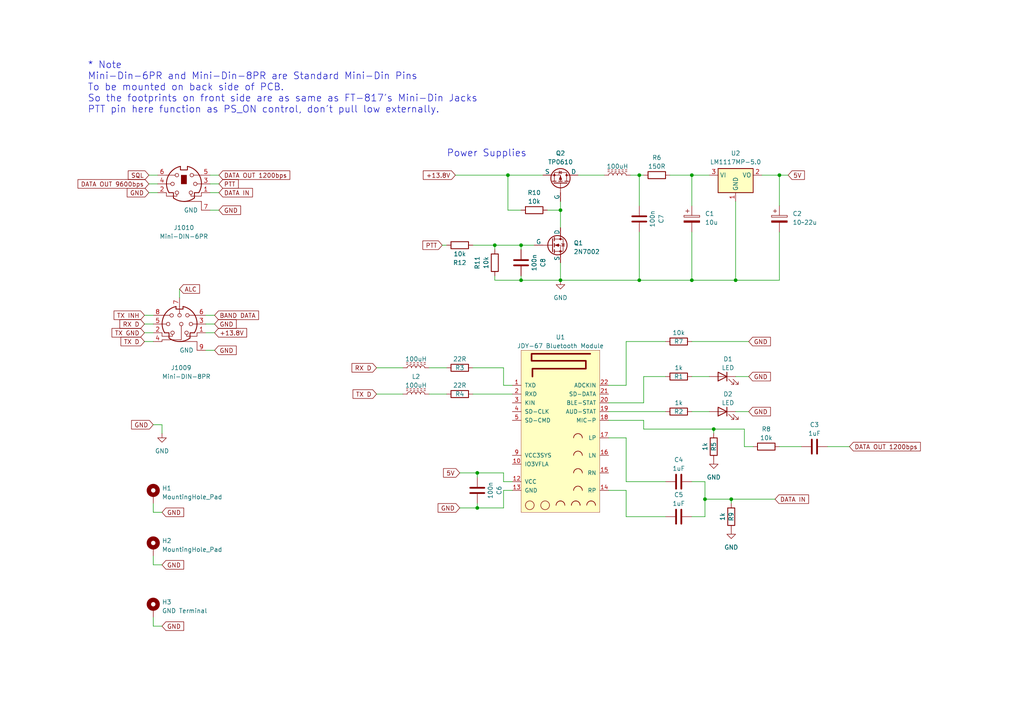
<source format=kicad_sch>
(kicad_sch (version 20230121) (generator eeschema)
  (paper "A4")
  (title_block (title "FT-81x BT DIGI Adaptor") (date "2023-06-08") (rev "20230608") (company "https://github.com/BG6LH/FT-81x-BT-DIGI-Adaptor") (comment 1 "CC-BY-NC-SA 4.0") (comment 2 "With special thanks to: BG6JJI, BI1EIH"))
  (lib_symbols
    (symbol "FT81x-BT_DIGI-Adapter_Library:C" (pin_numbers hide) (pin_names (offset 0.254))
      (property "Reference" "C" (at 0.635 2.54 0))
      (property "Value" "C" (at 0.635 -2.54 0))
      (symbol "C_0_1"
        (polyline (pts (xy -2.032 -0.762) (xy 2.032 -0.762)) (stroke (width 0.508)))
        (polyline (pts (xy -2.032 0.762) (xy 2.032 0.762)) (stroke (width 0.508)))
      )
      (symbol "C_1_1"
        (pin passive line (at 0 3.81 270) (length 2.794) (name "~") (number "1"))
        (pin passive line (at 0 -3.81 90) (length 2.794) (name "~") (number "2"))
      )
    )
    (symbol "FT81x-BT_DIGI-Adapter_Library:C_Polarized" (pin_numbers hide) (pin_names (offset 0.254))
      (property "Reference" "C" (at 0.635 2.54 0))
      (property "Value" "C_Polarized" (at 0.635 -2.54 0))
      (symbol "C_Polarized_0_1"
        (rectangle (start -2.286 0.508) (end 2.286 1.016))
        (polyline (pts (xy -1.778 2.286) (xy -0.762 2.286)))
        (polyline (pts (xy -1.27 2.794) (xy -1.27 1.778)))
        (rectangle (start 2.286 -0.508) (end -2.286 -1.016) (fill (type outline)))
      )
      (symbol "C_Polarized_1_1"
        (pin passive line (at 0 3.81 270) (length 2.794) (name "~") (number "1"))
        (pin passive line (at 0 -3.81 90) (length 2.794) (name "~") (number "2"))
      )
    )
    (symbol "FT81x-BT_DIGI-Adapter_Library:JDY-67_Bluetooth_Module" (pin_names (offset 1.016))
      (property "Reference" "U1" (at 11.43 3.81 0))
      (property "Value" "JDY-67 Bluetooth Module" (at 11.43 1.27 0))
      (symbol "JDY-67_Bluetooth_Module_1_1"
        (polyline (pts (xy 20.066 -1.016) (xy 3.048 -1.016) (xy 3.048 -1.016) (xy 3.048 -3.048) (xy 3.048 -3.048) (xy 18.796 -3.048) (xy 18.796 -3.048) (xy 18.796 -5.334) (xy 18.796 -5.334) (xy 3.302 -5.334) (xy 3.302 -5.334) (xy 3.302 -7.62)) (stroke (width 0.4572)))
        (rectangle (start 0 0) (end 22.86 -46.99) (stroke (width 0.0762)) (fill (type background)))
        (arc (start 1.27 -44.958) (mid 2.527 -46.2279) (end 3.7846 -44.9834) (stroke (width 0.1524)))
        (arc (start 3.81 -44.958) (mid 2.54 -43.6935) (end 1.27 -44.958) (stroke (width 0.1524)))
        (arc (start 5.715 -44.958) (mid 6.972 -46.2279) (end 8.2296 -44.9834) (stroke (width 0.1524)))
        (arc (start 8.255 -44.958) (mid 6.985 -43.6935) (end 5.715 -44.958) (stroke (width 0.1524)))
        (arc (start 12.6746 -44.9834) (mid 11.4301 -43.7138) (end 10.16 -44.958) (stroke (width 0.1524)))
        (arc (start 12.7 -44.958) (mid 11.43 -43.6935) (end 10.16 -44.958) (stroke (width 0.1524)))
        (arc (start 17.1196 -44.9834) (mid 15.8751 -43.7138) (end 14.605 -44.958) (stroke (width 0.1524)))
        (arc (start 17.145 -44.958) (mid 15.875 -43.6935) (end 14.605 -44.958) (stroke (width 0.1524)))
        (arc (start 17.7546 -40.6654) (mid 16.5224 -39.4209) (end 15.24 -40.64) (stroke (width 0.1524)))
        (arc (start 17.7546 -35.5854) (mid 16.5224 -34.3409) (end 15.24 -35.56) (stroke (width 0.1524)))
        (arc (start 17.7546 -30.5054) (mid 16.5224 -29.2609) (end 15.24 -30.48) (stroke (width 0.1524)))
        (arc (start 17.7546 -25.4254) (mid 16.5224 -24.1809) (end 15.24 -25.4) (stroke (width 0.1524)))
        (arc (start 17.78 -40.6654) (mid 16.5227 -39.3955) (end 15.24 -40.64) (stroke (width 0.1524)))
        (arc (start 17.78 -35.5854) (mid 16.5227 -34.3155) (end 15.24 -35.56) (stroke (width 0.1524)))
        (arc (start 17.78 -30.5054) (mid 16.5227 -29.2355) (end 15.24 -30.48) (stroke (width 0.1524)))
        (arc (start 17.78 -25.4254) (mid 16.5227 -24.1555) (end 15.24 -25.4) (stroke (width 0.1524)))
        (arc (start 21.5646 -44.9834) (mid 20.3201 -43.7138) (end 19.05 -44.958) (stroke (width 0.1524)))
        (arc (start 21.59 -44.958) (mid 20.32 -43.6935) (end 19.05 -44.958) (stroke (width 0.1524)))
        (pin input line (at -2.54 -10.16 0) (length 2.54) (name "TXD") (number "1"))
        (pin input line (at -2.54 -33.02 0) (length 2.54) (name "IO3VFLA") (number "10"))
        (pin power_in line (at -2.54 -38.1 0) (length 2.54) (name "VCC") (number "12"))
        (pin power_in line (at -2.54 -40.64 0) (length 2.54) (name "GND") (number "13"))
        (pin output line (at 25.4 -40.64 180) (length 2.54) (name "RP") (number "14"))
        (pin output line (at 25.4 -35.56 180) (length 2.54) (name "RN") (number "15"))
        (pin output line (at 25.4 -30.48 180) (length 2.54) (name "LN") (number "16"))
        (pin output line (at 25.4 -25.4 180) (length 2.54) (name "LP") (number "17"))
        (pin input line (at 25.4 -20.32 180) (length 2.54) (name "MIC-P") (number "18"))
        (pin input line (at 25.4 -17.78 180) (length 2.54) (name "AUD-STAT") (number "19"))
        (pin input line (at -2.54 -12.7 0) (length 2.54) (name "RXD") (number "2"))
        (pin input line (at 25.4 -15.24 180) (length 2.54) (name "BLE-STAT") (number "20"))
        (pin input line (at 25.4 -12.7 180) (length 2.54) (name "SD-DATA") (number "21"))
        (pin input line (at 25.4 -10.16 180) (length 2.54) (name "ADCKIN") (number "22"))
        (pin input line (at -2.54 -15.24 0) (length 2.54) (name "KIN") (number "3"))
        (pin input line (at -2.54 -17.78 0) (length 2.54) (name "SD-CLK") (number "4"))
        (pin input line (at -2.54 -20.32 0) (length 2.54) (name "SD-CMD") (number "5"))
        (pin input line (at -2.54 -30.48 0) (length 2.54) (name "VCC3SYS") (number "9"))
      )
    )
    (symbol "FT81x-BT_DIGI-Adapter_Library:LED" (pin_numbers hide) (pin_names (offset 1.016) hide)
      (property "Reference" "D" (at 0 2.54 0))
      (property "Value" "LED" (at 0 -2.54 0))
      (symbol "LED_0_1"
        (polyline (pts (xy -1.27 -1.27) (xy -1.27 1.27)) (stroke (width 0.254)))
        (polyline (pts (xy -1.27 0) (xy 1.27 0)))
        (polyline (pts (xy 1.27 -1.27) (xy 1.27 1.27) (xy -1.27 0) (xy 1.27 -1.27)) (stroke (width 0.254)))
        (polyline (pts (xy -3.048 -0.762) (xy -4.572 -2.286) (xy -3.81 -2.286) (xy -4.572 -2.286) (xy -4.572 -1.524)))
        (polyline (pts (xy -1.778 -0.762) (xy -3.302 -2.286) (xy -2.54 -2.286) (xy -3.302 -2.286) (xy -3.302 -1.524)))
      )
      (symbol "LED_1_1"
        (pin passive line (at -3.81 0 0) (length 2.54) (name "K") (number "1"))
        (pin passive line (at 3.81 0 180) (length 2.54) (name "A") (number "2"))
      )
    )
    (symbol "FT81x-BT_DIGI-Adapter_Library:LM1117MP-3.3"
      (property "Reference" "U" (at -3.81 3.175 0))
      (property "Value" "LM1117MP-3.3" (at 0 3.175 0))
      (symbol "LM1117MP-3.3_0_1"
        (rectangle (start -5.08 -5.08) (end 5.08 1.905) (stroke (width 0.254)) (fill (type background)))
      )
      (symbol "LM1117MP-3.3_1_1"
        (pin power_in line (at 0 -7.62 90) (length 2.54) (name "GND") (number "1"))
        (pin power_out line (at 7.62 0 180) (length 2.54) (name "VO") (number "2"))
        (pin power_in line (at -7.62 0 0) (length 2.54) (name "VI") (number "3"))
      )
    )
    (symbol "FT81x-BT_DIGI-Adapter_Library:L_Ferrite" (pin_numbers hide) (pin_names (offset 1.016) hide)
      (property "Reference" "L" (at -1.27 0 90))
      (property "Value" "L_Ferrite" (at 2.794 0 90))
      (symbol "L_Ferrite_0_1"
        (arc (start 0 -2.54) (mid 0.6323 -1.905) (end 0 -1.27))
        (arc (start 0 -1.27) (mid 0.6323 -0.635) (end 0 0))
        (polyline (pts (xy 1.016 -2.794) (xy 1.016 -2.286)))
        (polyline (pts (xy 1.016 -1.778) (xy 1.016 -1.27)))
        (polyline (pts (xy 1.016 -0.762) (xy 1.016 -0.254)))
        (polyline (pts (xy 1.016 0.254) (xy 1.016 0.762)))
        (polyline (pts (xy 1.016 1.27) (xy 1.016 1.778)))
        (polyline (pts (xy 1.016 2.286) (xy 1.016 2.794)))
        (polyline (pts (xy 1.524 -2.286) (xy 1.524 -2.794)))
        (polyline (pts (xy 1.524 -1.27) (xy 1.524 -1.778)))
        (polyline (pts (xy 1.524 -0.254) (xy 1.524 -0.762)))
        (polyline (pts (xy 1.524 0.762) (xy 1.524 0.254)))
        (polyline (pts (xy 1.524 1.778) (xy 1.524 1.27)))
        (polyline (pts (xy 1.524 2.794) (xy 1.524 2.286)))
        (arc (start 0 0) (mid 0.6323 0.635) (end 0 1.27))
        (arc (start 0 1.27) (mid 0.6323 1.905) (end 0 2.54))
      )
      (symbol "L_Ferrite_1_1"
        (pin passive line (at 0 3.81 270) (length 1.27) (name "1") (number "1"))
        (pin passive line (at 0 -3.81 90) (length 1.27) (name "2") (number "2"))
      )
    )
    (symbol "FT81x-BT_DIGI-Adapter_Library:Mini-DIN-6PR" (pin_names (offset 1.016))
      (property "Reference" "J" (at 0 -11.43 0))
      (property "Value" "Mini-DIN-6PR" (at 0 -13.97 0))
      (symbol "Mini-DIN-6PR_0_1"
        (circle (center -3.302 0) (radius 0.508))
        (arc (start -3.048 -4.064) (mid 0 -5.08) (end 3.048 -4.064) (stroke (width 0.254)))
        (circle (center -2.032 -2.54) (radius 0.508))
        (circle (center -2.032 2.54) (radius 0.508))
        (arc (start -1.016 5.08) (mid -4.6228 2.1214) (end -4.318 -2.54) (stroke (width 0.254)))
        (rectangle (start -0.762 2.54) (end 0.762 0) (fill (type outline)))
        (polyline (pts (xy -3.81 0) (xy -5.08 0)))
        (polyline (pts (xy -2.54 2.54) (xy -5.08 2.54)))
        (polyline (pts (xy 0 -5.08) (xy 5.08 -5.08)))
        (polyline (pts (xy 2.794 2.54) (xy 5.08 2.54)))
        (polyline (pts (xy 5.08 -5.08) (xy 5.08 -7.62)))
        (polyline (pts (xy 5.08 0) (xy 3.81 0)))
        (polyline (pts (xy -4.318 -2.54) (xy -3.048 -2.54) (xy -3.048 -4.064)) (stroke (width 0.254)))
        (polyline (pts (xy 4.318 -2.54) (xy 3.048 -2.54) (xy 3.048 -4.064)) (stroke (width 0.254)))
        (polyline (pts (xy -2.032 -3.048) (xy -2.032 -3.556) (xy -5.08 -3.556) (xy -5.08 -2.54)))
        (polyline (pts (xy -1.016 5.08) (xy -1.016 4.064) (xy 1.016 4.064) (xy 1.016 5.08)) (stroke (width 0.254)))
        (polyline (pts (xy 2.032 -3.048) (xy 2.032 -3.556) (xy 5.08 -3.556) (xy 5.08 -2.54)))
        (circle (center 2.032 -2.54) (radius 0.508))
        (circle (center 2.286 2.54) (radius 0.508))
        (circle (center 3.302 0) (radius 0.508))
        (arc (start 4.318 -2.54) (mid 4.6661 2.1322) (end 1.016 5.08) (stroke (width 0.254)))
      )
      (symbol "Mini-DIN-6PR_1_1"
        (pin passive line (at 7.62 -2.54 180) (length 2.54) (name "~") (number "1"))
        (pin passive line (at -7.62 -2.54 0) (length 2.54) (name "~") (number "2"))
        (pin passive line (at 7.62 0 180) (length 2.54) (name "~") (number "3"))
        (pin passive line (at -7.62 0 0) (length 2.54) (name "~") (number "4"))
        (pin passive line (at 7.62 2.54 180) (length 2.54) (name "~") (number "5"))
        (pin passive line (at -7.62 2.54 0) (length 2.54) (name "~") (number "6"))
        (pin input line (at 7.62 -7.62 180) (length 2.54) (name "GND") (number "7"))
      )
    )
    (symbol "FT81x-BT_DIGI-Adapter_Library:Mini-DIN-8PR" (pin_names (offset 1.016))
      (property "Reference" "J" (at -16.51 -6.35 0))
      (property "Value" "Mini-DIN-8PR" (at -10.16 -8.89 0))
      (symbol "Mini-DIN-8PR_0_1"
        (circle (center -3.302 0) (radius 0.508))
        (arc (start -3.048 -4.064) (mid 0 -5.08) (end 3.048 -4.064) (stroke (width 0.254)))
        (circle (center -2.286 2.5146) (radius 0.508))
        (circle (center -2.032 -2.54) (radius 0.508))
        (arc (start -1.016 5.08) (mid -4.6228 2.1214) (end -4.318 -2.54) (stroke (width 0.254)))
        (polyline (pts (xy -3.81 0) (xy -5.08 0)))
        (polyline (pts (xy -2.794 2.54) (xy -5.334 2.54)))
        (polyline (pts (xy 0 5.1054) (xy 0 3.048)))
        (polyline (pts (xy 2.794 2.54) (xy 5.08 2.54)))
        (polyline (pts (xy 5.08 0) (xy 3.81 0)))
        (polyline (pts (xy -4.318 -2.54) (xy -3.048 -2.54) (xy -3.048 -4.064)) (stroke (width 0.254)))
        (polyline (pts (xy 0 -5.08) (xy 5.08 -5.08) (xy 5.08 -7.62)))
        (polyline (pts (xy 4.318 -2.54) (xy 3.048 -2.54) (xy 3.048 -4.064)) (stroke (width 0.254)))
        (polyline (pts (xy -2.032 -3.048) (xy -2.032 -3.556) (xy -5.08 -3.556) (xy -5.08 -2.54)))
        (polyline (pts (xy -1.016 5.08) (xy -1.016 4.318) (xy 1.016 4.318) (xy 1.016 5.08)) (stroke (width 0.254)))
        (polyline (pts (xy 0.508 -0.508) (xy 0.508 -4.572) (xy -5.08 -4.572) (xy -5.08 -5.08)))
        (polyline (pts (xy 2.032 -3.048) (xy 2.032 -3.556) (xy 5.08 -3.556) (xy 5.08 -2.54)))
        (circle (center 0 2.54) (radius 0.508))
        (circle (center 2.032 -2.54) (radius 0.508))
        (circle (center 2.286 2.54) (radius 0.508))
        (circle (center 3.302 0) (radius 0.508))
        (arc (start 4.318 -2.54) (mid 4.6661 2.1322) (end 1.016 5.08) (stroke (width 0.254)))
      )
      (symbol "Mini-DIN-8PR_1_1"
        (circle (center 0.508 0) (radius 0.508))
        (pin passive line (at 7.62 -2.54 180) (length 2.54) (name "~") (number "1"))
        (pin passive line (at -7.62 -2.54 0) (length 2.54) (name "~") (number "2"))
        (pin passive line (at 7.62 0 180) (length 2.54) (name "~") (number "3"))
        (pin passive line (at -7.62 -5.08 0) (length 2.54) (name "~") (number "4"))
        (pin passive line (at -7.62 0 0) (length 2.54) (name "~") (number "5"))
        (pin passive line (at 7.62 2.54 180) (length 2.54) (name "~") (number "6"))
        (pin passive line (at 0 7.62 270) (length 2.54) (name "~") (number "7"))
        (pin passive line (at -7.62 2.54 0) (length 2.54) (name "~") (number "8"))
        (pin input line (at 7.62 -7.62 180) (length 2.54) (name "GND") (number "9"))
      )
    )
    (symbol "FT81x-BT_DIGI-Adapter_Library:MountingHole_Pad" (pin_numbers hide) (pin_names (offset 1.016) hide)
      (property "Reference" "H" (at 0 6.35 0))
      (property "Value" "MountingHole_Pad" (at 0 4.445 0))
      (symbol "MountingHole_Pad_0_1"
        (circle (center 0 1.27) (radius 1.27) (stroke (width 1.27)))
      )
      (symbol "MountingHole_Pad_1_1"
        (pin input line (at 0 -2.54 90) (length 2.54) (name "1") (number "1"))
      )
    )
    (symbol "FT81x-BT_DIGI-Adapter_Library:NMOS" (pin_numbers hide) (pin_names (offset 0))
      (property "Reference" "Q" (at 5.08 1.27 0))
      (property "Value" "NMOS" (at 5.08 -1.27 0))
      (symbol "NMOS_0_1"
        (polyline (pts (xy 0.254 0) (xy -2.54 0)))
        (polyline (pts (xy 0.254 1.905) (xy 0.254 -1.905)) (stroke (width 0.254)))
        (polyline (pts (xy 0.762 -1.27) (xy 0.762 -2.286)) (stroke (width 0.254)))
        (polyline (pts (xy 0.762 0.508) (xy 0.762 -0.508)) (stroke (width 0.254)))
        (polyline (pts (xy 0.762 2.286) (xy 0.762 1.27)) (stroke (width 0.254)))
        (polyline (pts (xy 2.54 2.54) (xy 2.54 1.778)))
        (polyline (pts (xy 2.54 -2.54) (xy 2.54 0) (xy 0.762 0)))
        (polyline (pts (xy 0.762 -1.778) (xy 3.302 -1.778) (xy 3.302 1.778) (xy 0.762 1.778)))
        (polyline (pts (xy 1.016 0) (xy 2.032 0.381) (xy 2.032 -0.381) (xy 1.016 0)) (fill (type outline)))
        (polyline (pts (xy 2.794 0.508) (xy 2.921 0.381) (xy 3.683 0.381) (xy 3.81 0.254)))
        (polyline (pts (xy 3.302 0.381) (xy 2.921 -0.254) (xy 3.683 -0.254) (xy 3.302 0.381)))
        (circle (center 1.651 0) (radius 2.794) (stroke (width 0.254)))
        (circle (center 2.54 -1.778) (radius 0.254) (fill (type outline)))
        (circle (center 2.54 1.778) (radius 0.254) (fill (type outline)))
      )
      (symbol "NMOS_1_1"
        (pin passive line (at 2.54 5.08 270) (length 2.54) (name "D") (number "1"))
        (pin input line (at -5.08 0 0) (length 2.54) (name "G") (number "2"))
        (pin passive line (at 2.54 -5.08 90) (length 2.54) (name "S") (number "3"))
      )
    )
    (symbol "FT81x-BT_DIGI-Adapter_Library:PMOS" (pin_numbers hide) (pin_names (offset 0))
      (property "Reference" "Q" (at 5.08 1.27 0))
      (property "Value" "PMOS" (at 5.08 -1.27 0))
      (symbol "PMOS_0_1"
        (polyline (pts (xy 0.254 0) (xy -2.54 0)))
        (polyline (pts (xy 0.254 1.905) (xy 0.254 -1.905)) (stroke (width 0.254)))
        (polyline (pts (xy 0.762 -1.27) (xy 0.762 -2.286)) (stroke (width 0.254)))
        (polyline (pts (xy 0.762 0.508) (xy 0.762 -0.508)) (stroke (width 0.254)))
        (polyline (pts (xy 0.762 2.286) (xy 0.762 1.27)) (stroke (width 0.254)))
        (polyline (pts (xy 2.54 2.54) (xy 2.54 1.778)))
        (polyline (pts (xy 2.54 -2.54) (xy 2.54 0) (xy 0.762 0)))
        (polyline (pts (xy 0.762 1.778) (xy 3.302 1.778) (xy 3.302 -1.778) (xy 0.762 -1.778)))
        (polyline (pts (xy 2.286 0) (xy 1.27 0.381) (xy 1.27 -0.381) (xy 2.286 0)) (fill (type outline)))
        (polyline (pts (xy 2.794 -0.508) (xy 2.921 -0.381) (xy 3.683 -0.381) (xy 3.81 -0.254)))
        (polyline (pts (xy 3.302 -0.381) (xy 2.921 0.254) (xy 3.683 0.254) (xy 3.302 -0.381)))
        (circle (center 1.651 0) (radius 2.794) (stroke (width 0.254)))
        (circle (center 2.54 -1.778) (radius 0.254) (fill (type outline)))
        (circle (center 2.54 1.778) (radius 0.254) (fill (type outline)))
      )
      (symbol "PMOS_1_1"
        (pin passive line (at 2.54 5.08 270) (length 2.54) (name "D") (number "1"))
        (pin input line (at -5.08 0 0) (length 2.54) (name "G") (number "2"))
        (pin passive line (at 2.54 -5.08 90) (length 2.54) (name "S") (number "3"))
      )
    )
    (symbol "FT81x-BT_DIGI-Adapter_Library:R" (pin_numbers hide) (pin_names (offset 0))
      (property "Reference" "R" (at 2.032 0 90))
      (property "Value" "R" (at 0 0 90))
      (symbol "R_0_1"
        (rectangle (start -1.016 -2.54) (end 1.016 2.54) (stroke (width 0.254)))
      )
      (symbol "R_1_1"
        (pin passive line (at 0 3.81 270) (length 1.27) (name "~") (number "1"))
        (pin passive line (at 0 -3.81 90) (length 1.27) (name "~") (number "2"))
      )
    )
    (symbol "power:GND" (power) (pin_names (offset 0))
      (property "Value" "GND" (at 0 -3.81 0))
      (symbol "GND_0_1"
        (polyline (pts (xy 0 0) (xy 0 -1.27) (xy 1.27 -1.27) (xy 0 -2.54) (xy -1.27 -1.27) (xy 0 -1.27)))
      )
      (symbol "GND_1_1"
        (pin power_in line (at 0 0 270) (length 0) hide (name "GND") (number "1"))
      )
    )
  )
  (junction (at 143.51 71.12))
  (junction (at 185.42 81.28))
  (junction (at 138.43 137.16))
  (junction (at 212.09 144.78))
  (junction (at 162.56 60.96))
  (junction (at 204.47 144.78))
  (junction (at 147.32 50.8))
  (junction (at 162.56 81.28))
  (junction (at 185.42 50.8))
  (junction (at 213.36 81.28))
  (junction (at 138.43 147.32))
  (junction (at 151.13 71.12))
  (junction (at 207.01 124.46))
  (junction (at 200.66 50.8))
  (junction (at 226.06 50.8))
  (junction (at 151.13 81.28))
  (junction (at 200.66 81.28))
  (bus_entry (at -76.2 101.6) (size 2.54 2.54))
  (wire (pts (xy 138.43 137.16) (xy 146.05 137.16)))
  (wire (pts (xy 137.16 106.68) (xy 146.05 106.68)))
  (wire (pts (xy 143.51 80.01) (xy 143.51 81.28)))
  (wire (pts (xy 62.23 93.98) (xy 59.69 93.98)))
  (wire (pts (xy 207.01 124.46) (xy 186.69 124.46)))
  (wire (pts (xy 176.53 111.76) (xy 181.61 111.76)))
  (wire (pts (xy 143.51 71.12) (xy 143.51 72.39)))
  (wire (pts (xy 194.31 50.8) (xy 200.66 50.8)))
  (wire (pts (xy 137.16 114.3) (xy 148.59 114.3)))
  (wire (pts (xy 213.36 81.28) (xy 226.06 81.28)))
  (wire (pts (xy 63.5 55.88) (xy 60.96 55.88)))
  (wire (pts (xy 185.42 67.31) (xy 185.42 81.28)))
  (wire (pts (xy 124.46 114.3) (xy 129.54 114.3)))
  (wire (pts (xy 185.42 50.8) (xy 185.42 59.69)))
  (wire (pts (xy 44.45 148.59) (xy 44.45 146.05)))
  (wire (pts (xy 133.35 147.32) (xy 138.43 147.32)))
  (wire (pts (xy 186.69 124.46) (xy 186.69 121.92)))
  (wire (pts (xy 43.18 50.8) (xy 45.72 50.8)))
  (wire (pts (xy 162.56 60.96) (xy 162.56 66.04)))
  (wire (pts (xy 44.45 181.61) (xy 44.45 179.07)))
  (wire (pts (xy 146.05 139.7) (xy 148.59 139.7)))
  (wire (pts (xy 151.13 80.01) (xy 151.13 81.28)))
  (wire (pts (xy 204.47 139.7) (xy 200.66 139.7)))
  (wire (pts (xy 200.66 81.28) (xy 185.42 81.28)))
  (wire (pts (xy 213.36 58.42) (xy 213.36 81.28)))
  (wire (pts (xy 204.47 144.78) (xy 212.09 144.78)))
  (wire (pts (xy 146.05 111.76) (xy 148.59 111.76)))
  (wire (pts (xy 138.43 137.16) (xy 138.43 138.43)))
  (wire (pts (xy 151.13 71.12) (xy 154.94 71.12)))
  (wire (pts (xy 186.69 109.22) (xy 193.04 109.22)))
  (wire (pts (xy 176.53 119.38) (xy 193.04 119.38)))
  (wire (pts (xy 46.99 125.73) (xy 46.99 123.19)))
  (wire (pts (xy 167.64 50.8) (xy 175.26 50.8)))
  (wire (pts (xy 200.66 50.8) (xy 200.66 59.69)))
  (wire (pts (xy 147.32 50.8) (xy 157.48 50.8)))
  (wire (pts (xy 186.69 116.84) (xy 176.53 116.84)))
  (wire (pts (xy 133.35 137.16) (xy 138.43 137.16)))
  (wire (pts (xy 143.51 81.28) (xy 151.13 81.28)))
  (wire (pts (xy 200.66 81.28) (xy 213.36 81.28)))
  (wire (pts (xy 62.23 96.52) (xy 59.69 96.52)))
  (wire (pts (xy 213.36 119.38) (xy 217.17 119.38)))
  (wire (pts (xy 43.18 53.34) (xy 45.72 53.34)))
  (wire (pts (xy 162.56 58.42) (xy 162.56 60.96)))
  (wire (pts (xy 52.07 83.82) (xy 52.07 86.36)))
  (wire (pts (xy 200.66 67.31) (xy 200.66 81.28)))
  (wire (pts (xy 63.5 50.8) (xy 60.96 50.8)))
  (wire (pts (xy 204.47 144.78) (xy 204.47 149.86)))
  (wire (pts (xy 132.08 50.8) (xy 147.32 50.8)))
  (wire (pts (xy 147.32 60.96) (xy 147.32 50.8)))
  (wire (pts (xy 181.61 149.86) (xy 193.04 149.86)))
  (wire (pts (xy 212.09 144.78) (xy 212.09 146.05)))
  (wire (pts (xy 213.36 109.22) (xy 217.17 109.22)))
  (wire (pts (xy 215.9 124.46) (xy 207.01 124.46)))
  (wire (pts (xy 146.05 142.24) (xy 148.59 142.24)))
  (wire (pts (xy 109.22 114.3) (xy 116.84 114.3)))
  (wire (pts (xy 204.47 139.7) (xy 204.47 144.78)))
  (wire (pts (xy 193.04 139.7) (xy 181.61 139.7)))
  (wire (pts (xy 137.16 71.12) (xy 143.51 71.12)))
  (wire (pts (xy 124.46 106.68) (xy 129.54 106.68)))
  (wire (pts (xy 46.99 123.19) (xy 44.45 123.19)))
  (wire (pts (xy 200.66 99.06) (xy 217.17 99.06)))
  (wire (pts (xy 162.56 76.2) (xy 162.56 81.28)))
  (wire (pts (xy 226.06 129.54) (xy 232.41 129.54)))
  (wire (pts (xy 200.66 149.86) (xy 204.47 149.86)))
  (wire (pts (xy 181.61 149.86) (xy 181.61 142.24)))
  (wire (pts (xy 151.13 60.96) (xy 147.32 60.96)))
  (wire (pts (xy 181.61 142.24) (xy 176.53 142.24)))
  (wire (pts (xy 41.91 93.98) (xy 44.45 93.98)))
  (wire (pts (xy 212.09 144.78) (xy 224.79 144.78)))
  (wire (pts (xy 162.56 81.28) (xy 185.42 81.28)))
  (wire (pts (xy 200.66 119.38) (xy 205.74 119.38)))
  (wire (pts (xy 138.43 146.05) (xy 138.43 147.32)))
  (wire (pts (xy 158.75 60.96) (xy 162.56 60.96)))
  (wire (pts (xy 240.03 129.54) (xy 246.38 129.54)))
  (wire (pts (xy 146.05 137.16) (xy 146.05 139.7)))
  (wire (pts (xy 181.61 127) (xy 176.53 127)))
  (wire (pts (xy 43.18 55.88) (xy 45.72 55.88)))
  (wire (pts (xy 200.66 50.8) (xy 205.74 50.8)))
  (wire (pts (xy 62.23 101.6) (xy 59.69 101.6)))
  (wire (pts (xy 63.5 60.96) (xy 60.96 60.96)))
  (wire (pts (xy 151.13 81.28) (xy 162.56 81.28)))
  (wire (pts (xy 146.05 142.24) (xy 146.05 147.32)))
  (wire (pts (xy 200.66 109.22) (xy 205.74 109.22)))
  (wire (pts (xy 41.91 91.44) (xy 44.45 91.44)))
  (wire (pts (xy 226.06 50.8) (xy 228.6 50.8)))
  (wire (pts (xy 138.43 147.32) (xy 146.05 147.32)))
  (wire (pts (xy 146.05 106.68) (xy 146.05 111.76)))
  (wire (pts (xy 181.61 99.06) (xy 193.04 99.06)))
  (wire (pts (xy 143.51 71.12) (xy 151.13 71.12)))
  (wire (pts (xy 63.5 53.34) (xy 60.96 53.34)))
  (wire (pts (xy 218.44 129.54) (xy 215.9 129.54)))
  (wire (pts (xy 226.06 50.8) (xy 226.06 59.69)))
  (wire (pts (xy 109.22 106.68) (xy 116.84 106.68)))
  (wire (pts (xy 185.42 50.8) (xy 186.69 50.8)))
  (wire (pts (xy 44.45 181.61) (xy 46.99 181.61)))
  (wire (pts (xy 128.27 71.12) (xy 129.54 71.12)))
  (wire (pts (xy 182.88 50.8) (xy 185.42 50.8)))
  (wire (pts (xy 215.9 129.54) (xy 215.9 124.46)))
  (wire (pts (xy 220.98 50.8) (xy 226.06 50.8)))
  (wire (pts (xy 181.61 111.76) (xy 181.61 99.06)))
  (wire (pts (xy 41.91 99.06) (xy 44.45 99.06)))
  (wire (pts (xy 151.13 71.12) (xy 151.13 72.39)))
  (wire (pts (xy 46.99 163.83) (xy 44.45 163.83)))
  (wire (pts (xy 62.23 91.44) (xy 59.69 91.44)))
  (wire (pts (xy 46.99 148.59) (xy 44.45 148.59)))
  (wire (pts (xy 226.06 67.31) (xy 226.06 81.28)))
  (wire (pts (xy 186.69 121.92) (xy 176.53 121.92)))
  (wire (pts (xy 44.45 163.83) (xy 44.45 161.29)))
  (wire (pts (xy 41.91 96.52) (xy 44.45 96.52)))
  (wire (pts (xy 207.01 124.46) (xy 207.01 125.73)))
  (wire (pts (xy 186.69 109.22) (xy 186.69 116.84)))
  (wire (pts (xy 181.61 139.7) (xy 181.61 127)))
  (text "* Note\nMini-Din-6PR and Mini-Din-8PR are Standard Mini-Din Pins\nTo be mounted on back side of PCB.\nSo the footprints on front side are as same as FT-817's Mini-Din Jacks\nPTT pin here function as PS_ON control, don't pull low externally." (at 25.4 33.02 0) (effects (font (size 2 2)) (justify left bottom)))
  (text "Power Supplies" (at 129.54 45.72 0) (effects (font (size 2 2)) (justify left bottom)))
  (global_label "PTT" (shape input) (at 128.27 71.12 180) (property "Intersheetrefs" "${INTERSHEET_REFS}" (effects hide)))
  (global_label "5V" (shape input) (at 133.35 137.16 180) (property "Intersheetrefs" "${INTERSHEET_REFS}" (effects hide)))
  (global_label "PTT" (shape input) (at 63.5 53.34 0) (property "Intersheetrefs" "${INTERSHEET_REFS}" (effects hide)))
  (global_label "DATA IN" (shape input) (at 224.79 144.78 0) (property "Intersheetrefs" "${INTERSHEET_REFS}" (effects hide)))
  (global_label "GND" (shape input) (at 217.17 99.06 0) (property "Intersheetrefs" "${INTERSHEET_REFS}" (effects hide)))
  (global_label "GND" (shape input) (at 62.23 93.98 0) (property "Intersheetrefs" "${INTERSHEET_REFS}" (effects hide)))
  (global_label "GND" (shape input) (at 46.99 181.61 0) (property "Intersheetrefs" "${INTERSHEET_REFS}" (effects hide)))
  (global_label "GND" (shape input) (at 46.99 148.59 0) (property "Intersheetrefs" "${INTERSHEET_REFS}" (effects hide)))
  (global_label "GND" (shape input) (at 63.5 60.96 0) (property "Intersheetrefs" "${INTERSHEET_REFS}" (effects hide)))
  (global_label "GND" (shape input) (at 46.99 163.83 0) (property "Intersheetrefs" "${INTERSHEET_REFS}" (effects hide)))
  (global_label "GND" (shape input) (at 43.18 55.88 180) (property "Intersheetrefs" "${INTERSHEET_REFS}" (effects hide)))
  (global_label "5V" (shape input) (at 228.6 50.8 0) (property "Intersheetrefs" "${INTERSHEET_REFS}" (effects hide)))
  (global_label "RX D" (shape input) (at 109.22 106.68 180) (property "Intersheetrefs" "${INTERSHEET_REFS}" (effects hide)))
  (global_label "TX D" (shape input) (at 109.22 114.3 180) (property "Intersheetrefs" "${INTERSHEET_REFS}" (effects hide)))
  (global_label "TX GND" (shape input) (at 41.91 96.52 180) (property "Intersheetrefs" "${INTERSHEET_REFS}" (effects hide)))
  (global_label "GND" (shape input) (at 62.23 101.6 0) (property "Intersheetrefs" "${INTERSHEET_REFS}" (effects hide)))
  (global_label "DATA OUT 9600bps" (shape input) (at 43.18 53.34 180) (property "Intersheetrefs" "${INTERSHEET_REFS}" (effects hide)))
  (global_label "+13.8V" (shape input) (at 132.08 50.8 180) (property "Intersheetrefs" "${INTERSHEET_REFS}" (effects hide)))
  (global_label "DATA OUT 1200bps" (shape input) (at 63.5 50.8 0) (property "Intersheetrefs" "${INTERSHEET_REFS}" (effects hide)))
  (global_label "TX D" (shape input) (at 41.91 99.06 180) (property "Intersheetrefs" "${INTERSHEET_REFS}" (effects hide)))
  (global_label "GND" (shape input) (at 44.45 123.19 180) (property "Intersheetrefs" "${INTERSHEET_REFS}" (effects hide)))
  (global_label "GND" (shape input) (at 217.17 119.38 0) (property "Intersheetrefs" "${INTERSHEET_REFS}" (effects hide)))
  (global_label "SQL" (shape input) (at 43.18 50.8 180) (property "Intersheetrefs" "${INTERSHEET_REFS}" (effects hide)))
  (global_label "GND" (shape input) (at 133.35 147.32 180) (property "Intersheetrefs" "${INTERSHEET_REFS}" (effects hide)))
  (global_label "TX INH" (shape input) (at 41.91 91.44 180) (property "Intersheetrefs" "${INTERSHEET_REFS}" (effects hide)))
  (global_label "RX D" (shape input) (at 41.91 93.98 180) (property "Intersheetrefs" "${INTERSHEET_REFS}" (effects hide)))
  (global_label "DATA IN" (shape input) (at 63.5 55.88 0) (property "Intersheetrefs" "${INTERSHEET_REFS}" (effects hide)))
  (global_label "DATA OUT 1200bps" (shape input) (at 246.38 129.54 0) (property "Intersheetrefs" "${INTERSHEET_REFS}" (effects hide)))
  (global_label "ALC" (shape input) (at 52.07 83.82 0) (property "Intersheetrefs" "${INTERSHEET_REFS}" (effects hide)))
  (global_label "+13.8V" (shape input) (at 62.23 96.52 0) (property "Intersheetrefs" "${INTERSHEET_REFS}" (effects hide)))
  (global_label "GND" (shape input) (at 217.17 109.22 0) (property "Intersheetrefs" "${INTERSHEET_REFS}" (effects hide)))
  (global_label "BAND DATA" (shape input) (at 62.23 91.44 0) (property "Intersheetrefs" "${INTERSHEET_REFS}" (effects hide)))
  (symbol (lib_id "FT81x-BT_DIGI-Adapter_Library:R") (at 196.85 119.38 270) (mirror x) (unit 1)
    (property "Reference" "R2" (at 196.85 119.38 90))
    (property "Value" "1k" (at 196.85 116.84 90))
    (property "Footprint" "Resistor_SMD:R_0805_2012Metric" (effects hide))
  )
  (symbol (lib_id "FT81x-BT_DIGI-Adapter_Library:MountingHole_Pad") (at 44.45 158.75 0) (unit 1)
    (property "Reference" "H2" (at 46.99 156.845 0) (effects (justify left)))
    (property "Value" "MountingHole_Pad" (at 46.99 159.385 0) (effects (justify left)))
    (property "Footprint" "MountingHole:MountingHole_2.7mm_M2.5_DIN965_Pad_TopOnly" (effects hide))
  )
  (symbol (lib_id "FT81x-BT_DIGI-Adapter_Library:MountingHole_Pad") (at 44.45 143.51 0) (unit 1)
    (property "Reference" "H1" (at 46.99 141.605 0) (effects (justify left)))
    (property "Value" "MountingHole_Pad" (at 46.99 144.145 0) (effects (justify left)))
    (property "Footprint" "MountingHole:MountingHole_2.7mm_M2.5_DIN965_Pad_TopOnly" (effects hide))
  )
  (symbol (lib_id "FT81x-BT_DIGI-Adapter_Library:C") (at 151.13 76.2 0) (unit 1)
    (property "Reference" "C8" (at 157.48 76.2 90))
    (property "Value" "100n" (at 154.94 76.2 90))
    (property "Footprint" "Capacitor_SMD:C_0805_2012Metric" (effects hide))
  )
  (symbol (lib_id "FT81x-BT_DIGI-Adapter_Library:R") (at 143.51 76.2 0) (mirror y) (unit 1)
    (property "Reference" "R11" (at 138.43 76.2 90))
    (property "Value" "10k" (at 140.97 76.2 90))
    (property "Footprint" "Resistor_SMD:R_0805_2012Metric" (effects hide))
  )
  (symbol (lib_id "FT81x-BT_DIGI-Adapter_Library:C") (at 236.22 129.54 90) (unit 1)
    (property "Reference" "C3" (at 236.22 123.19 90))
    (property "Value" "1uF" (at 236.22 125.73 90))
    (property "Footprint" "Capacitor_SMD:C_0805_2012Metric" (effects hide))
  )
  (symbol (lib_id "power:GND") (at 46.99 125.73 0) (unit 1)
    (property "Reference" "#PWR01" (effects hide))
    (property "Value" "GND" (at 46.99 130.81 0))
  )
  (symbol (lib_id "FT81x-BT_DIGI-Adapter_Library:JDY-67_Bluetooth_Module") (at 151.13 101.6 0) (unit 1)
    (property "Reference" "U1" (at 162.56 97.79 0))
    (property "Value" "JDY-67 Bluetooth Module" (at 162.56 100.33 0))
    (property "Footprint" "FT81x-BT-DIGI-Adapter-Library:JDY-67_Bluetooth_Module" (effects hide))
  )
  (symbol (lib_id "FT81x-BT_DIGI-Adapter_Library:R") (at 133.35 71.12 90) (mirror x) (unit 1)
    (property "Reference" "R12" (at 133.35 76.2 90))
    (property "Value" "10k" (at 133.35 73.66 90))
    (property "Footprint" "Resistor_SMD:R_0805_2012Metric" (effects hide))
  )
  (symbol (lib_id "FT81x-BT_DIGI-Adapter_Library:R") (at 154.94 60.96 270) (mirror x) (unit 1)
    (property "Reference" "R10" (at 154.94 55.88 90))
    (property "Value" "10k" (at 154.94 58.42 90))
    (property "Footprint" "Resistor_SMD:R_0805_2012Metric" (effects hide))
  )
  (symbol (lib_id "FT81x-BT_DIGI-Adapter_Library:PMOS") (at 162.56 53.34 270) (mirror x) (unit 1)
    (property "Reference" "Q2" (at 162.56 44.45 90))
    (property "Value" "TP0610" (at 162.56 46.99 90))
    (property "Footprint" "Package_TO_SOT_SMD:SOT-23-3" (effects hide))
    (property "Datasheet" "https://ngspice.sourceforge.io/docs/ngspice-manual.pdf" (effects hide))
    (property "Sim.Device" "PMOS" (effects hide))
    (property "Sim.Type" "VDMOS" (effects hide))
    (property "Sim.Pins" "1=D 2=G 3=S" (effects hide))
  )
  (symbol (lib_id "power:GND") (at 212.09 153.67 0) (unit 1)
    (property "Reference" "#PWR03" (effects hide))
    (property "Value" "GND" (at 212.09 158.75 0))
  )
  (symbol (lib_id "FT81x-BT_DIGI-Adapter_Library:R") (at 133.35 114.3 270) (mirror x) (unit 1)
    (property "Reference" "R4" (at 133.35 114.3 90))
    (property "Value" "22R" (at 133.35 111.76 90))
    (property "Footprint" "Resistor_SMD:R_0805_2012Metric" (effects hide))
  )
  (symbol (lib_id "FT81x-BT_DIGI-Adapter_Library:R") (at 196.85 99.06 270) (mirror x) (unit 1)
    (property "Reference" "R7" (at 196.85 99.06 90))
    (property "Value" "10k" (at 196.85 96.52 90))
    (property "Footprint" "Resistor_SMD:R_0805_2012Metric" (effects hide))
  )
  (symbol (lib_id "power:GND") (at 207.01 133.35 0) (unit 1)
    (property "Reference" "#PWR02" (effects hide))
    (property "Value" "GND" (at 207.01 138.43 0))
  )
  (symbol (lib_id "FT81x-BT_DIGI-Adapter_Library:C_Polarized") (at 226.06 63.5 0) (unit 1)
    (property "Reference" "C2" (at 229.87 61.976 0) (effects (justify left)))
    (property "Value" "10~22u" (at 229.87 64.516 0) (effects (justify left)))
    (property "Footprint" "Capacitor_Tantalum_SMD:CP_EIA-3216-18_Kemet-A" (effects hide))
  )
  (symbol (lib_id "FT81x-BT_DIGI-Adapter_Library:R") (at 212.09 149.86 0) (mirror y) (unit 1)
    (property "Reference" "R9" (at 212.09 149.86 90))
    (property "Value" "1k" (at 209.55 149.86 90))
    (property "Footprint" "Resistor_SMD:R_0805_2012Metric" (effects hide))
  )
  (symbol (lib_id "FT81x-BT_DIGI-Adapter_Library:R") (at 222.25 129.54 90) (unit 1)
    (property "Reference" "R8" (at 222.25 124.46 90))
    (property "Value" "10k" (at 222.25 127 90))
    (property "Footprint" "Resistor_SMD:R_0805_2012Metric" (effects hide))
  )
  (symbol (lib_id "FT81x-BT_DIGI-Adapter_Library:NMOS") (at 160.02 71.12 0) (unit 1)
    (property "Reference" "Q1" (at 166.37 70.485 0) (effects (justify left)))
    (property "Value" "2N7002" (at 166.37 73.025 0) (effects (justify left)))
    (property "Footprint" "Package_TO_SOT_SMD:SOT-23-3" (effects hide))
    (property "Datasheet" "https://ngspice.sourceforge.io/docs/ngspice-manual.pdf" (effects hide))
    (property "Sim.Device" "NMOS" (effects hide))
    (property "Sim.Type" "VDMOS" (effects hide))
    (property "Sim.Pins" "1=D 2=G 3=S" (effects hide))
  )
  (symbol (lib_id "FT81x-BT_DIGI-Adapter_Library:Mini-DIN-6PR") (at 53.34 53.34 0) (unit 1)
    (property "Reference" "J1010" (at 53.34 66.04 0))
    (property "Value" "Mini-DIN-6PR" (at 53.34 68.58 0))
    (property "Footprint" "FT81x-BT-DIGI-Adapter-Library:MD-6Pin_Reverse" (effects hide))
  )
  (symbol (lib_id "FT81x-BT_DIGI-Adapter_Library:LED") (at 209.55 109.22 0) (mirror y) (unit 1)
    (property "Reference" "D1" (at 211.1375 104.14 0))
    (property "Value" "LED" (at 211.1375 106.68 0))
    (property "Footprint" "LED_SMD:LED_0805_2012Metric" (effects hide))
  )
  (symbol (lib_id "FT81x-BT_DIGI-Adapter_Library:C_Polarized") (at 200.66 63.5 0) (unit 1)
    (property "Reference" "C1" (at 204.47 61.976 0) (effects (justify left)))
    (property "Value" "10u" (at 204.47 64.516 0) (effects (justify left)))
    (property "Footprint" "Capacitor_Tantalum_SMD:CP_EIA-3216-18_Kemet-A" (effects hide))
  )
  (symbol (lib_id "FT81x-BT_DIGI-Adapter_Library:C") (at 196.85 149.86 90) (unit 1)
    (property "Reference" "C5" (at 196.85 143.51 90))
    (property "Value" "1uF" (at 196.85 146.05 90))
    (property "Footprint" "Capacitor_SMD:C_0805_2012Metric" (effects hide))
  )
  (symbol (lib_id "FT81x-BT_DIGI-Adapter_Library:C") (at 196.85 139.7 90) (unit 1)
    (property "Reference" "C4" (at 196.85 133.35 90))
    (property "Value" "1uF" (at 196.85 135.89 90))
    (property "Footprint" "Capacitor_SMD:C_0805_2012Metric" (effects hide))
  )
  (symbol (lib_id "FT81x-BT_DIGI-Adapter_Library:L_Ferrite") (at 120.65 114.3 90) (unit 1)
    (property "Reference" "L2" (at 120.65 109.22 90))
    (property "Value" "100uH" (at 120.65 111.76 90))
    (property "Footprint" "Inductor_SMD:L_0805_2012Metric_Pad1.05x1.20mm_HandSolder" (effects hide))
  )
  (symbol (lib_id "FT81x-BT_DIGI-Adapter_Library:R") (at 207.01 129.54 0) (mirror y) (unit 1)
    (property "Reference" "R5" (at 207.01 129.54 90))
    (property "Value" "1k" (at 204.47 129.54 90))
    (property "Footprint" "Resistor_SMD:R_0805_2012Metric" (effects hide))
  )
  (symbol (lib_id "FT81x-BT_DIGI-Adapter_Library:C") (at 185.42 63.5 0) (unit 1)
    (property "Reference" "C7" (at 191.77 63.5 90))
    (property "Value" "100n" (at 189.23 63.5 90))
    (property "Footprint" "Capacitor_SMD:C_0805_2012Metric" (effects hide))
  )
  (symbol (lib_id "power:GND") (at 162.56 81.28 0) (unit 1)
    (property "Reference" "#PWR04" (effects hide))
    (property "Value" "GND" (at 162.56 86.36 0))
  )
  (symbol (lib_id "FT81x-BT_DIGI-Adapter_Library:R") (at 133.35 106.68 270) (mirror x) (unit 1)
    (property "Reference" "R3" (at 133.35 106.68 90))
    (property "Value" "22R" (at 133.35 104.14 90))
    (property "Footprint" "Resistor_SMD:R_0805_2012Metric" (effects hide))
  )
  (symbol (lib_id "FT81x-BT_DIGI-Adapter_Library:LED") (at 209.55 119.38 0) (mirror y) (unit 1)
    (property "Reference" "D2" (at 211.1375 114.3 0))
    (property "Value" "LED" (at 211.1375 116.84 0))
    (property "Footprint" "LED_SMD:LED_0805_2012Metric" (effects hide))
  )
  (symbol (lib_id "FT81x-BT_DIGI-Adapter_Library:L_Ferrite") (at 120.65 106.68 90) (unit 1)
    (property "Reference" "L1" (effects hide))
    (property "Value" "100uH" (at 120.65 104.14 90))
    (property "Footprint" "Inductor_SMD:L_0805_2012Metric_Pad1.05x1.20mm_HandSolder" (effects hide))
  )
  (symbol (lib_id "FT81x-BT_DIGI-Adapter_Library:L_Ferrite") (at 179.07 50.8 90) (unit 1)
    (property "Reference" "L3" (effects hide))
    (property "Value" "100uH" (at 179.07 48.26 90))
    (property "Footprint" "Inductor_SMD:L_0805_2012Metric_Pad1.05x1.20mm_HandSolder" (effects hide))
  )
  (symbol (lib_id "FT81x-BT_DIGI-Adapter_Library:LM1117MP-3.3") (at 213.36 50.8 0) (unit 1)
    (property "Reference" "U2" (at 213.36 44.45 0))
    (property "Value" "LM1117MP-5.0" (at 213.36 46.99 0))
    (property "Footprint" "Package_TO_SOT_SMD:SOT-223-3_TabPin2" (effects hide))
    (property "Datasheet" "http://www.ti.com/lit/ds/symlink/lm1117.pdf" (effects hide))
  )
  (symbol (lib_id "FT81x-BT_DIGI-Adapter_Library:Mini-DIN-8PR") (at 52.07 93.98 0) (unit 1)
    (property "Reference" "J1009" (at 49.53 106.68 0) (effects (justify left)))
    (property "Value" "Mini-DIN-8PR" (at 46.99 109.22 0) (effects (justify left)))
    (property "Footprint" "FT81x-BT-DIGI-Adapter-Library:MD-8Pin_Reverse" (effects hide))
  )
  (symbol (lib_id "FT81x-BT_DIGI-Adapter_Library:R") (at 190.5 50.8 270) (mirror x) (unit 1)
    (property "Reference" "R6" (at 190.5 45.72 90))
    (property "Value" "150R" (at 190.5 48.26 90))
    (property "Footprint" "Resistor_SMD:R_0805_2012Metric" (effects hide))
  )
  (symbol (lib_id "FT81x-BT_DIGI-Adapter_Library:MountingHole_Pad") (at 44.45 176.53 0) (unit 1)
    (property "Reference" "H3" (at 46.99 174.625 0) (effects (justify left)))
    (property "Value" "GND Terminal" (at 46.99 177.165 0) (effects (justify left)))
    (property "Footprint" "FT81x-BT-DIGI-Adapter-Library:FT-817_GND_terminal_8.4mm_M8_Pad_TopBottom" (effects hide))
  )
  (symbol (lib_id "FT81x-BT_DIGI-Adapter_Library:C") (at 138.43 142.24 0) (unit 1)
    (property "Reference" "C6" (at 144.78 142.24 90))
    (property "Value" "100n" (at 142.24 142.24 90))
    (property "Footprint" "Capacitor_SMD:C_0805_2012Metric" (effects hide))
  )
  (symbol (lib_id "FT81x-BT_DIGI-Adapter_Library:R") (at 196.85 109.22 270) (mirror x) (unit 1)
    (property "Reference" "R1" (at 196.85 109.22 90))
    (property "Value" "1k" (at 196.85 106.68 90))
    (property "Footprint" "Resistor_SMD:R_0805_2012Metric" (effects hide))
  )
)
</source>
